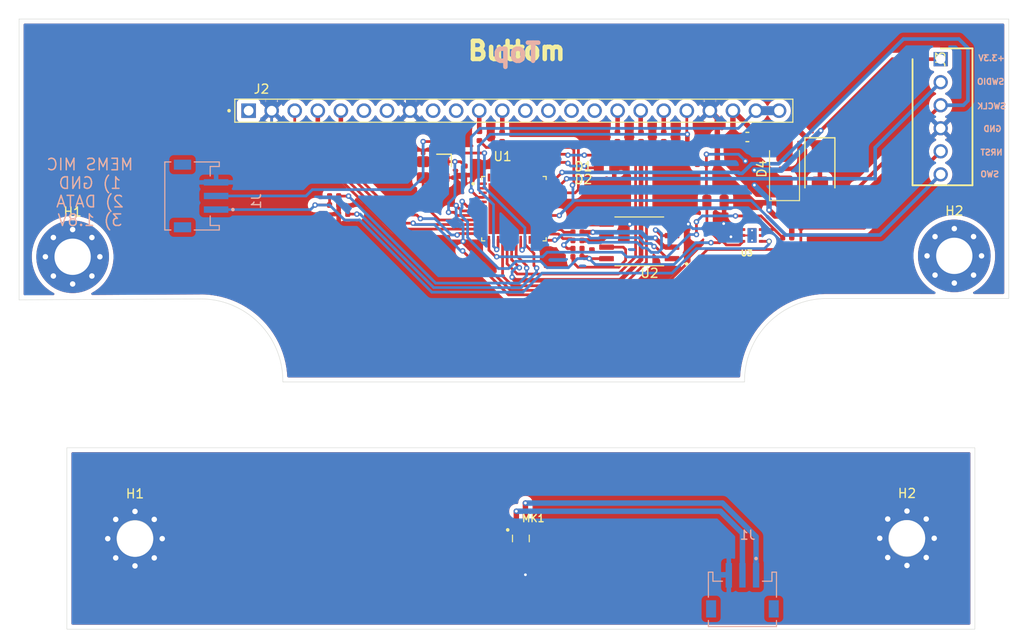
<source format=kicad_pcb>
(kicad_pcb (version 20241229) (generator "pcbnew") (generator_version "9.0")
  (layers (0 "F.Cu" signal) (2 "B.Cu" signal) (13 "F.Paste" user) (15 "B.Paste" user) (5 "F.SilkS" user "F.Silkscreen") (7 "B.SilkS" user "B.Silkscreen") (1 "F.Mask" user) (3 "B.Mask" user) (25 "Edge.Cuts" user))
  (net 0 "")
  (net 13 "Cathode{slash}GND (Digital Ground)")
  (net 15 "+3.3V")
  (net 16 "+1V8")
  (net 20 "OSC1{slash}XI{slash}PF1{slash}OSC_IN(pin 5)")
  (net 21 "OSC2{slash}XO{slash}PF0{slash}OSC_OUT(pin 4)")
  (net 25 "Net-(D1-Pad2)")
  (net 32 "Net-(D2-Pad2)")
  (net 33 "Net-(D4-A)")
  (net 36 "Net-(J1-Pad2)")
  (net 38 "EXTGPIO3{slash}PA0 (pin 11)")
  (net 41 "SWCLK{slash}PA14-BOOT0 (pin 36)")
  (net 43 "SWDIO{slash}PA13 (pin 35)")
  (net 44 "Net-(U3-BIAS)")
  (net 45 "+3V3{slash}VDD (Main Power)")
  (net 46 "Net-(J2-Pad17)")
  (net 47 "+BAT{slash}VBAT(pin 19)")
  (net 48 "EXTSPICS#{slash}PA4(pin 14)")
  (net 49 "PIN3(EN){slash}PA2(pin_11)")
  (net 50 "Net-(J2-Pad19)")
  (net 51 "Net-(J2-Pad11)")
  (net 52 "Net-(J2-Pad12)")
  (net 53 "Net-(J2-Pad5)")
  (net 54 "Net-(J2-Pad4)")
  (net 55 "Net-(J2-Pad18)")
  (net 56 "EXTGPIO2{slash}NRST(pin 6)")
  (net 57 "EXTGPIO1{slash}PA1(pin 10)")
  (net 58 "EXTRXD{slash}PA9(pin 29)")
  (net 59 "EXTTXD{slash}PA10(pin 30)")
  (net 60 "EXTMOSI{slash}PA6(pin 16)")
  (net 61 "EXTMISO{slash}PA7(pin 17)")
  (net 62 "EXTSCK{slash}PA5(pin 15)")
  (net 63 "DO(Data Out){slash}PB14(pin 44)")
  (net 64 "Net-(U1-PB14)")
  (net 65 "WP#(Write Protect){slash}3.3V(via 10kΩ)")
  (net 66 "DI(Data In){slash}PB15 (pin 45)")
  (net 67 "Net-(U1-PB15)")
  (net 68 "Net-(U1-PB13)")
  (net 69 "CLK(Clock){slash}PB13(pin 43)")
  (net 70 "HOLD#{slash} RESET#{slash}3.3V (via 10kΩ)")
  (net 71 "CS#(Chip Select){slash}PB12(pin 42)")
  (net 72 "MIC_Pin2(DATA){slash}PB1(pin 23)")
  (net 73 "AC_Clock{slash}PB0(PDM clock)")
  (net 74 "Net-(U1-PB2)")
  (net 75 "Green Anode{slash}PB6 (Pin 45)")
  (net 76 "Red Anode{slash}PB5 (Pin 44)")
  (net 78 "Net-(MK1-DATA)")
  (net 79 "GND")
  (footprint "PCM_JLCPCB:D_SMA" (layer "F.Cu") (at 177.6 97.5 -90)
    (property "Reference" "D3" (hide yes))
    (property "Value" "SMAJ3.3A")
  )
  (footprint "PCM_JLCPCB:R_0402" (layer "F.Cu") (at 157.9 93.9 -90)
    (property "Reference" "R6" (hide yes))
    (property "Value" "22Ω" (hide yes))
  )
  (footprint "PCM_JLCPCB:R_0402" (layer "F.Cu") (at 150.9 103.5)
    (property "Reference" "R11" (hide yes))
    (property "Value" "22Ω" (hide yes))
  )
  (footprint "MountingHole:MountingHole_4mm_Pad_Via" (layer "F.Cu") (at 192.4 107)
    (property "Reference" "H2")
    (property "Value" "MountingHole_Pad_MP" (hide yes))
  )
  (footprint "PCM_JLCPCB:R_0402" (layer "F.Cu") (at 155.3 93.9 -90)
    (property "Reference" "R5" (hide yes))
    (property "Value" "22Ω" (hide yes))
  )
  (footprint "MountingHole:MountingHole_4mm_Pad_Via" (layer "F.Cu") (at 187.187861 138.127063)
    (property "Reference" "H2")
    (property "Value" "MountingHole_Pad")
  )
  (footprint "PPTC241LFBN-RC:SULLINS_PPTC241LFBN-RC" (layer "F.Cu") (at 143.89 91)
    (property "Reference" "J2")
    (property "Value" "PPTC241LFBN-RC")
  )
  (footprint "PCM_JLCPCB:R_0402" (layer "F.Cu") (at 181.7 100 -90)
    (property "Reference" "R20" (hide yes))
    (property "Value" "10kΩ" (hide yes))
  )
  (footprint "PCM_JLCPCB:R_0402" (layer "F.Cu") (at 166.8 104.8 90)
    (property "Reference" "R14" (hide yes))
    (property "Value" "100kΩ" (hide yes))
  )
  (footprint "PCM_JLCPCB:C_0402" (layer "F.Cu") (at 166.8 95.7 180)
    (property "Reference" "C3" (hide yes))
    (property "Value" "1uF")
  )
  (footprint "PCM_JLCPCB:R_0402" (layer "F.Cu") (at 150.9 105.3)
    (property "Reference" "R12" (hide yes))
    (property "Value" "22Ω" (hide yes))
  )
  (footprint "PCM_JLCPCB:C_0402" (layer "F.Cu") (at 124.1 101.4)
    (property "Reference" "C4" (hide yes))
    (property "Value" "100nF")
  )
  (footprint "PCM_JLCPCB:C_0402" (layer "F.Cu") (at 166.8 93.9 180)
    (property "Reference" "C1" (hide yes))
    (property "Value" "100nF")
  )
  (footprint "PCM_JLCPCB:C_0402" (layer "F.Cu") (at 134.4 101)
    (property "Reference" "C6" (hide yes))
    (property "Value" "18pF")
  )
  (footprint "PCM_JLCPCB:R_0402" (layer "F.Cu") (at 124.1 100.4)
    (property "Reference" "R17" (hide yes))
    (property "Value" "100Ω" (hide yes))
  )
  (footprint "AMM-2742-T-WP-R:MIC_AMM-2742-T-WP-R" (layer "F.Cu") (at 144.666541 138.148383)
    (property "Reference" "MK1")
    (property "Value" "AMM-2742-T-WP-R")
  )
  (footprint "PCM_JLCPCB:R_0402" (layer "F.Cu") (at 142.6 93.9 -90)
    (property "Reference" "R4" (hide yes))
    (property "Value" "100Ω" (hide yes))
  )
  (footprint "PCM_JLCPCB:R_0402" (layer "F.Cu") (at 164.6 96.9 180)
    (property "Reference" "R8" (hide yes))
    (property "Value" "10kΩ" (hide yes))
  )
  (footprint "PCM_JLCPCB:R_0402" (layer "F.Cu") (at 174 105 180)
    (property "Reference" "R15" (hide yes))
    (property "Value" "10kΩ" (hide yes))
  )
  (footprint "PCM_JLCPCB:R_0402" (layer "F.Cu") (at 125.1 102.4 180)
    (property "Reference" "R19" (hide yes))
    (property "Value" "10kΩ" (hide yes))
  )
  (footprint "PCM_JLCPCB:R_0402" (layer "F.Cu") (at 144.3 96.7)
    (property "Reference" "R22" (hide yes))
    (property "Value" "1kΩ" (hide yes))
  )
  (footprint "PCM_JLCPCB:C_0603" (layer "F.Cu") (at 174.4 102.6)
    (property "Reference" "C8" (hide yes))
    (property "Value" "100nF")
  )
  (footprint "PCM_JLCPCB:R_0402" (layer "F.Cu") (at 140.1 93.8 -90)
    (property "Reference" "R3" (hide yes))
    (property "Value" "100Ω" (hide yes))
  )
  (footprint "PCM_JLCPCB:R_0402" (layer "F.Cu") (at 122.3 93.8 -90)
    (property "Reference" "R1" (hide yes))
    (property "Value" "1kΩ" (hide yes))
  )
  (footprint "STM32G071CBU6:STM32G071CBU6" (layer "F.Cu") (at 143.9 101.8)
    (property "Reference" "U1")
    (property "Value" "STM32G071CBU6")
  )
  (footprint "PCM_JLCPCB:R_0402" (layer "F.Cu") (at 143.2 95.8)
    (property "Reference" "R21" (hide yes))
    (property "Value" "1kΩ" (hide yes))
  )
  (footprint "PCM_JLCPCB:R_0402" (layer "F.Cu") (at 160.4 93.9 -90)
    (property "Reference" "R7" (hide yes))
    (property "Value" "22Ω" (hide yes))
  )
  (footprint "PCM_JLCPCB:C_0402" (layer "F.Cu") (at 138.5 97.6 -90)
    (property "Reference" "C5" (hide yes))
    (property "Value" "18pF")
  )
  (footprint "PCM_JLCPCB:FB_0603" (layer "F.Cu") (at 169.61 93.9)
    (property "Reference" "FB1" (hide yes))
    (property "Value" "~")
  )
  (footprint "MountingHole:MountingHole_4mm_Pad_Via" (layer "F.Cu") (at 102.166541 138.169703)
    (property "Reference" "H1")
    (property "Value" "MountingHole_Pad")
  )
  (footprint "LTST-C191KRKT:0603" (layer "F.Cu") (at 154.1 97.3 180)
    (property "Reference" "D2")
    (property "Value" "LTST-C191KRKT")
  )
  (footprint "PCM_JLCPCB:R_0402" (layer "F.Cu") (at 150.9 106.2 180)
    (property "Reference" "R10" (hide yes))
    (property "Value" "10kΩ" (hide yes))
  )
  (footprint "PCM_JLCPCB:OSC-SMD_4P-L3.2-W2.5-BL" (layer "F.Cu") (at 135 97.5 180)
    (property "Reference" "X1" (hide yes))
    (property "Value" "X322516MLB4SI")
  )
  (footprint "PCM_JLCPCB:R_0402" (layer "F.Cu") (at 135.9 94.4)
    (property "Reference" "R16" (hide yes))
    (property "Value" "100Ω" (hide yes))
  )
  (footprint "22-23-2061:SHDR6W87P0X254_1X6_1509X635X11" (layer "F.Cu") (at 190.9 85.32 -90)
    (property "Reference" "J3")
    (property "Value" "22-23-2061")
  )
  (footprint "W25Q64JVSSIQ:W25Q64JVSSIQ" (layer "F.Cu") (at 157.705 105.405 180)
    (property "Reference" "U2")
    (property "Value" "W25Q64JVSSIQ")
  )
  (footprint "PCM_JLCPCB:C_0402" (layer "F.Cu") (at 166.8 94.8 180)
    (property "Reference" "C2" (hide yes))
    (property "Value" "100nF")
  )
  (footprint "PCM_JLCPCB:R_0402" (layer "F.Cu") (at 150.9 104.4)
    (property "Reference" "R9" (hide yes))
    (property "Value" "22Ω" (hide yes))
  )
  (footprint "LTST-C191KRKT:0603" (layer "F.Cu") (at 154.1 95.9 180)
    (property "Reference" "D1")
    (property "Value" "LTST-C191KRKT")
  )
  (footprint "PCM_JLCPCB:R_0402" (layer "F.Cu") (at 150.9 107.1 180)
    (property "Reference" "R13" (hide yes))
    (property "Value" "10kΩ" (hide yes))
  )
  (footprint "Diode_SMD:D_SMA" (layer "F.Cu") (at 173.7 97.4 90)
    (property "Reference" "D4")
    (property "Value" "SS34")
  )
  (footprint "PCM_JLCPCB:C_0805" (layer "F.Cu") (at 166.1 101)
    (property "Reference" "C7" (hide yes))
    (property "Value" "10uF")
  )
  (footprint "PCM_JLCPCB:R_0402" (layer "F.Cu") (at 124.9 93.8 90)
    (property "Reference" "R2" (hide yes))
    (property "Value" "100Ω" (hide yes))
  )
  (footprint "PCM_JLCPCB:R_0402" (layer "F.Cu") (at 175 103.9)
    (property "Reference" "R18" (hide yes))
    (property "Value" "10kΩ" (hide yes))
  )
  (footprint "MountingHole:MountingHole_4mm_Pad_Via" (layer "F.Cu") (at 95.3 107.1)
    (property "Reference" "H1")
    (property "Value" "MountingHole_Pad_MP" (hide yes))
  )
  (footprint "TPS7A1118PDRVR:TPS7A1118PDRVR" (layer "F.Cu") (at 170.125 104.75 180)
    (property "Reference" "U3")
    (property "Value" "TPS7A1118PDRVR")
  )
  (footprint "S3B-ZR-SM4A-TF:JST_S3B-ZR-SM4A-TF" (layer "B.Cu") (at 169.066541 145.910883 180)
    (property "Reference" "J1")
    (property "Value" "S3B-ZR-SM4A-TF")
  )
  (footprint "S3B-ZR-SM4A-TF:JST_S3B-ZR-SM4A-TF" (layer "B.Cu") (at 107.4 100.4 90)
    (property "Reference" "J1")
    (property "Value" "S3B-ZR-SM4A-TF")
  )
  (gr_line (start 169.1 104.75) (end 170.125 104.75) (stroke (width 0.2)) (layer "F.Cu") (net 13))
  (gr_poly (pts (xy 167.064706 94.6) (xy 169.381818 94.6) (xy 173.7 98.791176) (xy 173.7 100.5) (xy 170.6 100.4) (xy 167.2 96.9)) (stroke (width 0.2)) (fill yes) (layer "F.Cu") (net 15))
  (gr_poly (pts (xy 165 89.2) (xy 166 89.2) (xy 166 90.4) (xy 165 90.4)) (stroke (width 0.2)) (fill yes) (layer "B.Cu") (net 13))
  (gr_poly (pts (xy 133 89) (xy 133 90.4) (xy 132.1 90.4) (xy 132.1 89)) (stroke (width 0.2)) (fill yes) (layer "B.Cu") (net 13))
  (gr_poly (pts (xy 116.7 88.9) (xy 117.7 88.9) (xy 117.7 90.4) (xy 116.7 90.4)) (stroke (width 0.2)) (fill yes) (layer "B.Cu") (net 13))
  (gr_circle (center 187.166541 138.148383) (end 189.166541 138.148383) (stroke (width 0.05)) (fill no) (layer "Edge.Cuts"))
  (gr_line (start 89.4 80.9) (end 89.4 111.85025) (stroke (width 0.05)) (layer "Edge.Cuts"))
  (gr_arc (start 109.6 111.74975) (mid 115.902948 114.502485) (end 118.452007 120.890521) (stroke (width 0.05)) (layer "Edge.Cuts"))
  (gr_line (start 178.4 111.6995) (end 198.4 111.7) (stroke (width 0.05)) (layer "Edge.Cuts"))
  (gr_line (start 198.4 111.7) (end 198.4 80.9) (stroke (width 0.05)) (layer "Edge.Cuts"))
  (gr_line (start 198.4 80.9) (end 89.4 80.9) (stroke (width 0.05)) (layer "Edge.Cuts"))
  (gr_line (start 109.6 111.74975) (end 89.4 111.85025) (stroke (width 0.05)) (layer "Edge.Cuts"))
  (gr_circle (center 102.166541 138.148383) (end 104.166541 138.148383) (stroke (width 0.05)) (fill no) (layer "Edge.Cuts"))
  (gr_line (start 118.452007 120.900001) (end 169.299955 120.9) (stroke (width 0.05)) (layer "Edge.Cuts"))
  (gr_arc (start 169.299955 120.891) (mid 171.932881 114.397229) (end 178.4 111.6995) (stroke (width 0.05)) (layer "Edge.Cuts"))
  (gr_rect (start 94.666541 128.148383) (end 194.666541 148.148383) (stroke (width 0.05)) (fill no) (layer "Edge.Cuts"))
  (gr_text "Buttom\n" (at 144.2 84.4 0) (layer "F.SilkS") (effects (font (size 2 2) (thickness 0.5) (bold yes))))
  (gr_text "SWCLK" (at 196.5 90.5 0) (layer "B.SilkS") (effects (font (size 0.64 0.64)) (justify mirror)))
  (gr_text "GND" (at 196.6 93 0) (layer "B.SilkS") (effects (font (size 0.64 0.64)) (justify mirror)))
  (gr_text "+3.3V" (at 196.5 85.2 0) (layer "B.SilkS") (effects (font (size 0.64 0.64)) (justify mirror)))
  (gr_text "MEMS MIC\n1) GND\n2) DATA\n3) 1.8V" (at 97.2 100 0) (layer "B.SilkS") (effects (font (size 1.27 1.27)) (justify mirror)))
  (gr_text "SWO" (at 196.3 98 0) (layer "B.SilkS") (effects (font (size 0.64 0.64)) (justify mirror)))
  (gr_text "SWDIO" (at 196.4 87.8 0) (layer "B.SilkS") (effects (font (size 0.64 0.64)) (justify mirror)))
  (gr_text "Top" (at 144.2 84.6 0) (layer "B.SilkS") (effects (font (size 2 2) (thickness 0.5) (bold yes)) (justify mirror)))
  (gr_text "NRST" (at 196.5 95.6 0) (layer "B.SilkS") (effects (font (size 0.64 0.64)) (justify mirror)))
  (segment (start 129.44574 103.25426) (end 119.79148 93.6) (width 0.3) (layer "F.Cu") (net 13))
  (segment (start 135.8 101) (end 136.1 100.7) (width 0.3) (layer "F.Cu") (net 13))
  (segment (start 167 103.45) (end 167 101.4) (width 0.3) (layer "F.Cu") (net 13))
  (segment (start 167.95 104.75) (end 167.8 104.9) (width 0.3) (layer "F.Cu") (net 13))
  (segment (start 156.649 98.149) (end 156.649 103.5) (width 0.3) (layer "F.Cu") (net 13))
  (segment (start 159.99248 110.799) (end 163.2 107.59148) (width 0.3) (layer "F.Cu") (net 13))
  (segment (start 156.4 97.9) (end 156.649 98.149) (width 0.3) (layer "F.Cu") (net 13))
  (segment (start 176.4 100.7) (end 175.949 101.151) (width 0.6) (layer "F.Cu") (net 13))
  (segment (start 138.3 105.4) (end 138.3 105.579175) (width 0.3) (layer "F.Cu") (net 13))
  (segment (start 137.534357 101.443762) (end 138.140595 102.05) (width 0.3) (layer "F.Cu") (net 13))
  (segment (start 175.18 102.6) (end 175.18 101.92) (width 0.6) (layer "F.Cu") (net 13))
  (segment (start 137.534357 101.443762) (end 136.843762 101.443762) (width 0.3) (layer "F.Cu") (net 13))
  (segment (start 138.519032 105.798207) (end 138.520447 105.798207) (width 0.3) (layer "F.Cu") (net 13))
  (segment (start 170.351 101.151) (end 166.3 97.1) (width 0.6) (layer "F.Cu") (net 13))
  (segment (start 154.95 97.3) (end 155.8 97.3) (width 0.3) (layer "F.Cu") (net 13))
  (segment (start 175.18 101.92) (end 176.4 100.7) (width 0.6) (layer "F.Cu") (net 13))
  (segment (start 138.22 98.38) (end 138.5 98.1) (width 0.3) (layer "F.Cu") (net 13))
  (segment (start 134.34 96.62) (end 136.1 98.38) (width 0.3) (layer "F.Cu") (net 13))
  (segment (start 117.22 91) (end 117.22 88.58) (width 0.5) (layer "F.Cu") (net 13))
  (segment (start 138.3 105.4) (end 138.251 105.351) (width 0.3) (layer "F.Cu") (net 13))
  (segment (start 138.520447 105.798207) (end 138.901793 106.179553) (width 0.3) (layer "F.Cu") (net 13))
  (segment (start 166.3 91.82) (end 165.48 91) (width 0.6) (layer "F.Cu") (net 13))
  (segment (start 163.2 104.585001) (end 162.114999 103.5) (width 0.3) (layer "F.Cu") (net 13))
  (segment (start 181.7 100.5) (end 183.34 100.5) (width 0.4) (layer "F.Cu") (net 13))
  (segment (start 136.843762 101.443762) (end 136.1 100.7) (width 0.3) (layer "F.Cu") (net 13))
  (segment (start 176.6 100.5) (end 176.4 100.7) (width 0.4) (layer "F.Cu") (net 13))
  (segment (start 175.949 101.151) (end 174.8 101.151) (width 0.6) (layer "F.Cu") (net 13))
  (segment (start 164.7 88.1) (end 165.48 88.88) (width 0.5) (layer "F.Cu") (net 13))
  (segment (start 167.05 101.35) (end 167.05 101) (width 0.3) (layer "F.Cu") (net 13))
  (segment (start 143.519825 110.799) (end 159.99248 110.799) (width 0.3) (layer "F.Cu") (net 13))
  (segment (start 174.649 101) (end 174.8 101.151) (width 0.3) (layer "F.Cu") (net 13))
  (segment (start 124.6 101.4) (end 124.6 102.4) (width 0.3) (layer "F.Cu") (net 13))
  (segment (start 136.1 100.7) (end 136.1 98.38) (width 0.3) (layer "F.Cu") (net 13))
  (segment (start 132.46 88.24) (end 132.6 88.1) (width 0.5) (layer "F.Cu") (net 13))
  (segment (start 162.114999 103.5) (end 161.31 103.5) (width 0.3) (layer "F.Cu") (net 13))
  (segment (start 127.59148 101.4) (end 129.44574 103.25426) (width 0.3) (layer "F.Cu") (net 13))
  (segment (start 132.6 88.1) (end 164.7 88.1) (width 0.5) (layer "F.Cu") (net 13))
  (segment (start 154.95 95.9) (end 154.95 97.3) (width 0.3) (layer "F.Cu") (net 13))
  (segment (start 134.9 101) (end 135.8 101) (width 0.3) (layer "F.Cu") (net 13))
  (segment (start 169.15 104.75) (end 167.95 104.75) (width 0.3) (layer "F.Cu") (net 13))
  (segment (start 166.3 95.7) (end 166.3 91.82) (width 0.6) (layer "F.Cu") (net 13))
  (segment (start 166.3 97.1) (end 166.3 95.7) (width 0.6) (layer "F.Cu") (net 13))
  (segment (start 138.251 105.351) (end 131.54248 105.351) (width 0.3) (layer "F.Cu") (net 13))
  (segment (start 117.8 88) (end 117.9 88.1) (width 0.5) (layer "F.Cu") (net 13))
  (segment (start 167 101.4) (end 167.05 101.35) (width 0.3) (layer "F.Cu") (net 13))
  (segment (start 174.8 101.151) (end 170.351 101.151) (width 0.6) (layer "F.Cu") (net 13))
  (segment (start 167.05 101) (end 174.649 101) (width 0.3) (layer "F.Cu") (net 13))
  (segment (start 136.1 98.38) (end 138.22 98.38) (width 0.3) (layer "F.Cu") (net 13))
  (segment (start 133.9 96.62) (end 134.34 96.62) (width 0.3) (layer "F.Cu") (net 13))
  (segment (start 117.22 88.58) (end 117.8 88) (width 0.5) (layer "F.Cu") (net 13))
  (segment (start 155.8 97.3) (end 156.4 97.9) (width 0.3) (layer "F.Cu") (net 13))
  (segment (start 138.901793 106.179553) (end 138.901793 106.180968) (width 0.3) (layer "F.Cu") (net 13))
  (segment (start 138.901793 106.180968) (end 143.519825 110.799) (width 0.3) (layer "F.Cu") (net 13))
  (segment (start 131.54248 105.351) (end 129.44574 103.25426) (width 0.3) (layer "F.Cu") (net 13))
  (segment (start 117.9 88.1) (end 132.6 88.1) (width 0.5) (layer "F.Cu") (net 13))
  (segment (start 181.7 100.5) (end 176.6 100.5) (width 0.4) (layer "F.Cu") (net 13))
  (segment (start 119.79148 93.6) (end 118.4 93.6) (width 0.3) (layer "F.Cu") (net 13))
  (segment (start 163.2 107.59148) (end 163.2 104.585001) (width 0.3) (layer "F.Cu") (net 13))
  (segment (start 124.6 101.4) (end 127.59148 101.4) (width 0.3) (layer "F.Cu") (net 13))
  (segment (start 163.1 103.5) (end 161.31 103.5) (width 0.3) (layer "F.Cu") (net 13))
  (segment (start 177.6 99.5) (end 176.4 100.7) (width 0.6) (layer "F.Cu") (net 13))
  (segment (start 183.34 100.5) (end 190.9 92.94) (width 0.4) (layer "F.Cu") (net 13))
  (segment (start 138.3 105.579175) (end 138.519032 105.798207) (width 0.3) (layer "F.Cu") (net 13))
  (segment (start 117.22 92.42) (end 117.22 91) (width 0.3) (layer "F.Cu") (net 13))
  (segment (start 138.140595 102.05) (end 140.47 102.05) (width 0.3) (layer "F.Cu") (net 13))
  (segment (start 118.4 93.6) (end 117.22 92.42) (width 0.3) (layer "F.Cu") (net 13))
  (segment (start 165.48 88.88) (end 165.48 91) (width 0.5) (layer "F.Cu") (net 13))
  (segment (start 132.46 91) (end 132.46 88.24) (width 0.5) (layer "F.Cu") (net 13))
  (via (at 167 103.45) (size 0.6) (drill 0.3) (layers "F.Cu" "B.Cu") (net 13))
  (via (at 163.1 103.5) (size 0.6) (drill 0.3) (layers "F.Cu" "B.Cu") (net 13))
  (via (at 156.649 103.5) (size 0.6) (drill 0.3) (layers "F.Cu" "B.Cu") (net 13))
  (via (at 138.3 105.4) (size 0.6) (drill 0.3) (layers "F.Cu" "B.Cu") (net 13))
  (via (at 167.8 104.9) (size 0.6) (drill 0.3) (layers "F.Cu" "B.Cu") (net 13))
  (via (at 137.534357 101.443762) (size 0.6) (drill 0.3) (layers "F.Cu" "B.Cu") (net 13))
  (segment (start 137.534357 101.443762) (end 137.534357 102.713703) (width 0.3) (layer "B.Cu") (net 13))
  (segment (start 163.6 104) (end 163.1 103.5) (width 0.3) (layer "B.Cu") (net 13))
  (segment (start 156.649 103.5) (end 163.1 103.5) (width 0.3) (layer "B.Cu") (net 13))
  (segment (start 117.22 97.98) (end 117.22 91) (width 0.3) (layer "B.Cu") (net 13))
  (segment (start 167.8 104.9) (end 166.9 104) (width 0.3) (layer "B.Cu") (net 13))
  (segment (start 116.3 98.9) (end 117.22 97.98) (width 0.3) (layer "B.Cu") (net 13))
  (segment (start 167.8 104.25) (end 167.8 104.9) (width 0.3) (layer "B.Cu") (net 13))
  (segment (start 166.9 104) (end 163.6 104) (width 0.3) (layer "B.Cu") (net 13))
  (segment (start 138.3 103.479346) (end 138.3 105.4) (width 0.3) (layer "B.Cu") (net 13))
  (segment (start 167 103.45) (end 167.8 104.25) (width 0.3) (layer "B.Cu") (net 13))
  (segment (start 137.534357 102.713703) (end 138.3 103.479346) (width 0.3) (layer "B.Cu") (net 13))
  (segment (start 111.1 98.9) (end 116.3 98.9) (width 0.3) (layer "B.Cu") (net 13))
  (segment (start 138.2 101) (end 138.75 101.55) (width 0.3) (layer "F.Cu") (net 15))
  (segment (start 167.3 105.8) (end 168.75 105.8) (width 0.3) (layer "F.Cu") (net 15))
  (segment (start 165.1 96.9) (end 165.1 100.95) (width 0.3) (layer "F.Cu") (net 15))
  (segment (start 166.8 105.3) (end 167.3 105.8) (width 0.3) (layer "F.Cu") (net 15))
  (segment (start 166.8 105.3) (end 166.490001 105.3) (width 0.3) (layer "F.Cu") (net 15))
  (segment (start 174.5 103.9) (end 174.5 105) (width 0.6) (layer "F.Cu") (net 15))
  (segment (start 165.1 100.95) (end 165.15 101) (width 0.3) (layer "F.Cu") (net 15))
  (segment (start 168.75 105.8) (end 169.15 105.4) (width 0.3) (layer "F.Cu") (net 15))
  (segment (start 165.6 105.55) (end 166.55 105.55) (width 0.3) (layer "F.Cu") (net 15))
  (segment (start 166.55 105.55) (end 166.8 105.3) (width 0.3) (layer "F.Cu") (net 15))
  (segment (start 167.8 95.1) (end 167.3 95.1) (width 0.6) (layer "F.Cu") (net 15))
  (segment (start 172.1 99.4) (end 167.8 95.1) (width 0.6) (layer "F.Cu") (net 15))
  (segment (start 140.47 101.05) (end 140.47 101.55) (width 0.3) (layer "F.Cu") (net 15))
  (segment (start 173.7 99.4) (end 172.1 99.4) (width 0.6) (layer "F.Cu") (net 15))
  (segment (start 173.62 103.02) (end 174.5 103.9) (width 0.6) (layer "F.Cu") (net 15))
  (segment (start 151.61 107.31) (end 151.4 107.1) (width 0.3) (layer "F.Cu") (net 15))
  (segment (start 166.490001 105.3) (end 165.15 103.959999) (width 0.3) (layer "F.Cu") (net 15))
  (segment (start 173.62 102.6) (end 172.649 102.6) (width 0.6) (layer "F.Cu") (net 15))
  (segment (start 138.75 101.55) (end 140.47 101.55) (width 0.3) (layer "F.Cu") (net 15))
  (segment (start 172.649 102.6) (end 172 101.951) (width 0.6) (layer "F.Cu") (net 15))
  (segment (start 151.4 106.2) (end 151.4 107.1) (width 0.3) (layer "F.Cu") (net 15))
  (segment (start 185.58 85.32) (end 177.7 93.2) (width 0.4) (layer "F.Cu") (net 15))
  (segment (start 165.1 96.9) (end 165.1 95.8) (width 0.3) (layer "F.Cu") (net 15))
  (segment (start 151.99 107.1) (end 152.2 107.31) (width 0.3) (layer "F.Cu") (net 15))
  (segment (start 165.15 103.959999) (end 165.15 101) (width 0.3) (layer "F.Cu") (net 15))
  (segment (start 151.4 107.1) (end 151.99 107.1) (width 0.3) (layer "F.Cu") (net 15))
  (segment (start 190.9 85.32) (end 185.58 85.32) (width 0.4) (layer "F.Cu") (net 15))
  (segment (start 173.62 102.6) (end 173.62 103.02) (width 0.6) (layer "F.Cu") (net 15))
  (segment (start 154.1 107.31) (end 151.61 107.31) (width 0.3) (layer "F.Cu") (net 15))
  (segment (start 167.3 95.7) (end 167.3 94.8) (width 0.6) (layer "F.Cu") (net 15))
  (via (at 170.382353 99.201) (size 0.6) (drill 0.3) (layers "F.Cu" "B.Cu") (net 15))
  (via (at 138.2 101) (size 0.6) (drill 0.3) (layers "F.Cu" "B.Cu") (net 15))
  (via (at 177.7 93.2) (size 0.6) (drill 0.3) (layers "F.Cu" "B.Cu") (net 15))
  (via (at 165.6 105.55) (size 0.6) (drill 0.3) (layers "F.Cu" "B.Cu") (net 15))
  (via (at 170.382353 97.55) (size 0.6) (drill 0.3) (layers "F.Cu" "B.Cu") (net 15))
  (via (at 172 101.951) (size 0.6) (drill 0.3) (layers "F.Cu" "B.Cu") (net 15))
  (via (at 152.2 107.31) (size 0.6) (drill 0.3) (layers "F.Cu" "B.Cu") (net 15))
  (via (at 169.391696 96.559343) (size 0.6) (drill 0.3) (layers "F.Cu" "B.Cu") (net 15))
  (via (at 165.1 95.8) (size 0.6) (drill 0.3) (layers "F.Cu" "B.Cu") (net 15))
  (segment (start 173.35 97.55) (end 170.382353 97.55) (width 0.6) (layer "B.Cu") (net 15))
  (segment (start 177.7 93.2) (end 173.35 97.55) (width 0.6) (layer "B.Cu") (net 15))
  (segment (start 138.035357 102.506183) (end 138.035357 101.863416) (width 0.3) (layer "B.Cu") (net 15))
  (segment (start 172 100.818647) (end 170.382353 99.201) (width 0.6) (layer "B.Cu") (net 15))
  (segment (start 142.2 108.4) (end 138.951 105.151) (width 0.3) (layer "B.Cu") (net 15))
  (segment (start 138.951 105.151) (end 138.951 105.130346) (width 0.3) (layer "B.Cu") (net 15))
  (segment (start 138.035357 101.863416) (end 138.185357 101.713416) (width 0.3) (layer "B.Cu") (net 15))
  (segment (start 152.842 107.952) (end 161.53948 107.952) (width 0.3) (layer "B.Cu") (net 15))
  (segment (start 138.951 105.130346) (end 138.801 104.980346) (width 0.3) (layer "B.Cu") (net 15))
  (segment (start 138.185357 101.414643) (end 138.2 101.4) (width 0.3) (layer "B.Cu") (net 15))
  (segment (start 146.852 107.6) (end 144.116288 107.6) (width 0.3) (layer "B.Cu") (net 15))
  (segment (start 163.94148 105.55) (end 165.6 105.55) (width 0.3) (layer "B.Cu") (net 15))
  (segment (start 149.897 108.3) (end 147.552 108.3) (width 0.3) (layer "B.Cu") (net 15))
  (segment (start 161.53948 107.952) (end 163.94148 105.55) (width 0.3) (layer "B.Cu") (net 15))
  (segment (start 138.801 103.271825) (end 138.035357 102.506183) (width 0.3) (layer "B.Cu") (net 15))
  (segment (start 165.1 95.8) (end 168.632353 95.8) (width 0.3) (layer "B.Cu") (net 15))
  (segment (start 147.552 108.3) (end 146.852 107.6) (width 0.3) (layer "B.Cu") (net 15))
  (segment (start 143.316288 108.4) (end 142.2 108.4) (width 0.3) (layer "B.Cu") (net 15))
  (segment (start 138.801 104.980346) (end 138.801 103.271825) (width 0.3) (layer "B.Cu") (net 15))
  (segment (start 152.2 107.31) (end 152.842 107.952) (width 0.3) (layer "B.Cu") (net 15))
  (segment (start 152.19 107.3) (end 150.897 107.3) (width 0.3) (layer "B.Cu") (net 15))
  (segment (start 168.632353 95.8) (end 169.391696 96.559343) (width 0.3) (layer "B.Cu") (net 15))
  (segment (start 138.185357 101.713416) (end 138.185357 101.414643) (width 0.3) (layer "B.Cu") (net 15))
  (segment (start 150.897 107.3) (end 149.897 108.3) (width 0.3) (layer "B.Cu") (net 15))
  (segment (start 152.2 107.31) (end 152.19 107.3) (width 0.3) (layer "B.Cu") (net 15))
  (segment (start 144.116288 107.6) (end 143.316288 108.4) (width 0.3) (layer "B.Cu") (net 15))
  (segment (start 138.2 101.4) (end 138.2 101) (width 0.3) (layer "B.Cu") (net 15))
  (segment (start 172 101.951) (end 172 100.818647) (width 0.6) (layer "B.Cu") (net 15))
  (segment (start 172 105.4) (end 171.1 105.4) (width 0.3) (layer "F.Cu") (net 16))
  (segment (start 145.166541 137.178383) (end 145.171541 137.183383) (width 0.6) (layer "F.Cu") (net 16))
  (segment (start 123.6 100.4) (end 123.6 101.4) (width 0.3) (layer "F.Cu") (net 16))
  (segment (start 145.166541 134.248383) (end 145.166541 137.178383) (width 0.6) (layer "F.Cu") (net 16))
  (segment (start 122 101.4) (end 123.6 101.4) (width 0.3) (layer "F.Cu") (net 16))
  (via (at 122 101.4) (size 0.6) (drill 0.3) (layers "F.Cu" "B.Cu") (net 16))
  (via (at 145.166541 134.248383) (size 0.6) (drill 0.3) (layers "F.Cu" "B.Cu") (net 16))
  (via (at 172 105.4) (size 0.6) (drill 0.3) (layers "F.Cu" "B.Cu") (net 16))
  (segment (start 164 106.2) (end 171.5 106.2) (width 0.3) (layer "B.Cu") (net 16))
  (segment (start 134.8582 111.003) (end 144.897 111.003) (width 0.3) (layer "B.Cu") (net 16))
  (segment (start 122 101.4) (end 123.6 101.4) (width 0.3) (layer "B.Cu") (net 16))
  (segment (start 126.887927 103.032727) (end 134.8582 111.003) (width 0.3) (layer "B.Cu") (net 16))
  (segment (start 111.1 101.9) (end 121.5 101.9) (width 0.3) (layer "B.Cu") (net 16))
  (segment (start 171.5 106.2) (end 172 105.7) (width 0.3) (layer "B.Cu") (net 16))
  (segment (start 169.266541 136.648383) (end 166.866541 134.248383) (width 0.6) (layer "B.Cu") (net 16))
  (segment (start 161.3 108.9) (end 164 106.2) (width 0.3) (layer "B.Cu") (net 16))
  (segment (start 170.566541 142.210883) (end 170.566541 137.948383) (width 0.6) (layer "B.Cu") (net 16))
  (segment (start 125.251 103.051) (end 126.869654 103.051) (width 0.3) (layer "B.Cu") (net 16))
  (segment (start 166.866541 134.248383) (end 145.166541 134.248383) (width 0.6) (layer "B.Cu") (net 16))
  (segment (start 123.6 101.4) (end 125.251 103.051) (width 0.3) (layer "B.Cu") (net 16))
  (segment (start 144.897 111.003) (end 147 108.9) (width 0.3) (layer "B.Cu") (net 16))
  (segment (start 172 105.7) (end 172 105.4) (width 0.3) (layer "B.Cu") (net 16))
  (segment (start 170.566541 137.948383) (end 169.266541 136.648383) (width 0.6) (layer "B.Cu") (net 16))
  (segment (start 121.5 101.9) (end 122 101.4) (width 0.3) (layer "B.Cu") (net 16))
  (segment (start 126.869654 103.051) (end 126.887927 103.032727) (width 0.3) (layer "B.Cu") (net 16))
  (segment (start 147 108.9) (end 161.3 108.9) (width 0.3) (layer "B.Cu") (net 16))
  (segment (start 137.65 102.55) (end 140.47 102.55) (width 0.3) (layer "F.Cu") (net 20))
  (segment (start 138.02 96.62) (end 138.5 97.1) (width 0.3) (layer "F.Cu") (net 20))
  (segment (start 136.1 96.62) (end 137.4 96.62) (width 0.3) (layer "F.Cu") (net 20))
  (segment (start 137.3 102.2) (end 137.65 102.55) (width 0.3) (layer "F.Cu") (net 20))
  (segment (start 136.7 102.2) (end 137.3 102.2) (width 0.3) (layer "F.Cu") (net 20))
  (segment (start 137.4 96.62) (end 138.02 96.62) (width 0.3) (layer "F.Cu") (net 20))
  (via (at 137.4 96.62) (size 0.6) (drill 0.3) (layers "F.Cu" "B.Cu") (net 20))
  (via (at 136.7 102.2) (size 0.6) (drill 0.3) (layers "F.Cu" "B.Cu") (net 20))
  (segment (start 137.4 100.5) (end 137.4 96.62) (width 0.3) (layer "B.Cu") (net 20))
  (segment (start 136.7 101.2) (end 137.4 100.5) (width 0.3) (layer "B.Cu") (net 20))
  (segment (start 136.7 102.2) (end 136.7 101.2) (width 0.3) (layer "B.Cu") (net 20))
  (segment (start 135.670654 103.05) (end 140.47 103.05) (width 0.3) (layer "F.Cu") (net 21))
  (segment (start 133.9 98.38) (end 133.9 101) (width 0.3) (layer "F.Cu") (net 21))
  (segment (start 133.9 101) (end 133.9 101.279346) (width 0.3) (layer "F.Cu") (net 21))
  (segment (start 133.9 101.279346) (end 135.670654 103.05) (width 0.3) (layer "F.Cu") (net 21))
  (segment (start 149.849 95.9) (end 149.749 95.8) (width 0.3) (layer "F.Cu") (net 25))
  (segment (start 153.25 95.9) (end 151.65 95.9) (width 0.3) (layer "F.Cu") (net 25))
  (segment (start 149.749 95.8) (end 143.7 95.8) (width 0.3) (layer "F.Cu") (net 25))
  (via (at 149.849 95.9) (size 0.6) (drill 0.3) (layers "F.Cu" "B.Cu") (net 25))
  (via (at 151.65 95.9) (size 0.6) (drill 0.3) (layers "F.Cu" "B.Cu") (net 25))
  (segment (start 151.65 95.9) (end 149.849 95.9) (width 0.3) (layer "B.Cu") (net 25))
  (segment (start 153.25 97.3) (end 151.851 97.3) (width 0.3) (layer "F.Cu") (net 32))
  (segment (start 149.749 96.7) (end 144.8 96.7) (width 0.3) (layer "F.Cu") (net 32))
  (segment (start 149.849 96.8) (end 149.749 96.7) (width 0.3) (layer "F.Cu") (net 32))
  (segment (start 151.851 97.3) (end 151.65 97.099) (width 0.3) (layer "F.Cu") (net 32))
  (via (at 149.849 96.8) (size 0.6) (drill 0.3) (layers "F.Cu" "B.Cu") (net 32))
  (via (at 151.65 97.099) (size 0.6) (drill 0.3) (layers "F.Cu" "B.Cu") (net 32))
  (segment (start 151.65 97.099) (end 150.148 97.099) (width 0.3) (layer "B.Cu") (net 32))
  (segment (start 150.148 97.099) (end 149.849 96.8) (width 0.3) (layer "B.Cu") (net 32))
  (segment (start 171.732786 95.4) (end 173.7 95.4) (width 0.6) (layer "F.Cu") (net 33))
  (segment (start 170.4 93.9) (end 170.4 94.299) (width 0.6) (layer "F.Cu") (net 33))
  (segment (start 170.4 94.299) (end 170.631786 94.299) (width 0.6) (layer "F.Cu") (net 33))
  (segment (start 170.631786 94.299) (end 171.732786 95.4) (width 0.6) (layer "F.Cu") (net 33))
  (segment (start 133.9 94.4) (end 135.4 94.4) (width 0.3) (layer "F.Cu") (net 36))
  (via (at 133.9 94.4) (size 0.6) (drill 0.3) (layers "F.Cu" "B.Cu") (net 36))
  (segment (start 132.5 99.7) (end 133.9 98.3) (width 0.3) (layer "B.Cu") (net 36))
  (segment (start 121.7 99.7) (end 132.5 99.7) (width 0.3) (layer "B.Cu") (net 36))
  (segment (start 111.1 100.4) (end 121 100.4) (width 0.3) (layer "B.Cu") (net 36))
  (segment (start 133.9 98.3) (end 133.9 94.4) (width 0.3) (layer "B.Cu") (net 36))
  (segment (start 121 100.4) (end 121.7 99.7) (width 0.3) (layer "B.Cu") (net 36))
  (segment (start 130.95 104.05) (end 140.47 104.05) (width 0.3) (layer "F.Cu") (net 38))
  (segment (start 119.76 92.86) (end 130.95 104.05) (width 0.3) (layer "F.Cu") (net 38))
  (segment (start 119.76 91) (end 119.76 92.86) (width 0.3) (layer "F.Cu") (net 38))
  (segment (start 147.95 99.05) (end 149.2 97.8) (width 0.3) (layer "F.Cu") (net 41))
  (segment (start 181.7 99.5) (end 181.8 99.5) (width 0.4) (layer "F.Cu") (net 41))
  (segment (start 147.33 99.05) (end 147.95 99.05) (width 0.3) (layer "F.Cu") (net 41))
  (segment (start 181.8 99.5) (end 190.9 90.4) (width 0.4) (layer "F.Cu") (net 41))
  (via (at 149.2 97.8) (size 0.6) (drill 0.3) (layers "F.Cu" "B.Cu") (net 41))
  (segment (start 169.041989 97.899) (end 168.7 97.899) (width 0.4) (layer "B.Cu") (net 41))
  (segment (start 168.6 97.799) (end 149.201 97.799) (width 0.4) (layer "B.Cu") (net 41))
  (segment (start 149.201 97.799) (end 149.2 97.8) (width 0.4) (layer "B.Cu") (net 41))
  (segment (start 192.9 83.1) (end 186.8 83.1) (width 0.4) (layer "B.Cu") (net 41))
  (segment (start 193.9 84.1) (end 192.9 83.1) (width 0.4) (layer "B.Cu") (net 41))
  (segment (start 173.051 96.849) (end 170.091989 96.849) (width 0.4) (layer "B.Cu") (net 41))
  (segment (start 193.4 90.4) (end 193.9 89.9) (width 0.4) (layer "B.Cu") (net 41))
  (segment (start 168.7 97.899) (end 168.6 97.799) (width 0.4) (layer "B.Cu") (net 41))
  (segment (start 193.9 89.9) (end 193.9 84.1) (width 0.4) (layer "B.Cu") (net 41))
  (segment (start 170.091989 96.849) (end 169.041989 97.899) (width 0.4) (layer "B.Cu") (net 41))
  (segment (start 186.8 83.1) (end 173.051 96.849) (width 0.4) (layer "B.Cu") (net 41))
  (segment (start 190.9 90.4) (end 193.4 90.4) (width 0.4) (layer "B.Cu") (net 41))
  (segment (start 148.65 99.55) (end 149.7 98.5) (width 0.3) (layer "F.Cu") (net 43))
  (segment (start 147.33 99.55) (end 148.65 99.55) (width 0.3) (layer "F.Cu") (net 43))
  (via (at 149.7 98.5) (size 0.6) (drill 0.3) (layers "F.Cu" "B.Cu") (net 43))
  (segment (start 190.9 87.86) (end 183.685 95.075) (width 0.4) (layer "B.Cu") (net 43))
  (segment (start 183.685 98.5) (end 149.7 98.5) (width 0.4) (layer "B.Cu") (net 43))
  (segment (start 183.685 95.075) (end 183.685 98.5) (width 0.4) (layer "B.Cu") (net 43))
  (segment (start 166.8 104.3) (end 167 104.1) (width 0.3) (layer "F.Cu") (net 44))
  (segment (start 167 104.1) (end 169.15 104.1) (width 0.3) (layer "F.Cu") (net 44))
  (segment (start 168.74 93.9) (end 168.02 93.18) (width 0.6) (layer "F.Cu") (net 45))
  (segment (start 177.6 95.5) (end 175.024 92.924) (width 0.6) (layer "F.Cu") (net 45))
  (segment (start 169.944 92.924) (end 168.02 91) (width 0.6) (layer "F.Cu") (net 45))
  (segment (start 168.02 91) (end 168.02 93.18) (width 0.6) (layer "F.Cu") (net 45))
  (segment (start 168.02 93.18) (end 167.3 93.9) (width 0.6) (layer "F.Cu") (net 45))
  (segment (start 168.82 93.9) (end 168.74 93.9) (width 0.6) (layer "F.Cu") (net 45))
  (segment (start 175.024 92.924) (end 169.944 92.924) (width 0.6) (layer "F.Cu") (net 45))
  (segment (start 155.32 93.38) (end 155.3 93.4) (width 0.5) (layer "F.Cu") (net 46))
  (segment (start 155.32 91) (end 155.32 93.38) (width 0.5) (layer "F.Cu") (net 46))
  (segment (start 139.922448 100.55) (end 140.47 100.55) (width 0.3) (layer "F.Cu") (net 47))
  (segment (start 139.2 99.827552) (end 139.922448 100.55) (width 0.3) (layer "F.Cu") (net 47))
  (via (at 139.2 99.827552) (size 0.6) (drill 0.3) (layers "F.Cu" "B.Cu") (net 47))
  (segment (start 139.2 99.827552) (end 139.2 93.9) (width 0.3) (layer "B.Cu") (net 47))
  (segment (start 139.2 93.9) (end 140.151 92.949) (width 0.3) (layer "B.Cu") (net 47))
  (segment (start 140.151 92.949) (end 168.611 92.949) (width 0.3) (layer "B.Cu") (net 47))
  (segment (start 168.611 92.949) (end 170.56 91) (width 0.3) (layer "B.Cu") (net 47))
  (segment (start 173.1 91) (end 170.56 91) (width 1) (layer "B.Cu") (net 47))
  (segment (start 142.15 106.15) (end 142.15 105.23) (width 0.3) (layer "F.Cu") (net 48))
  (segment (start 162.94 93.54) (end 163 93.6) (width 0.3) (layer "F.Cu") (net 48))
  (segment (start 142 106.3) (end 142.15 106.15) (width 0.3) (layer "F.Cu") (net 48))
  (segment (start 164.1 96.9) (end 163 95.8) (width 0.5) (layer "F.Cu") (net 48))
  (segment (start 163 95.8) (end 163 93.6) (width 0.5) (layer "F.Cu") (net 48))
  (segment (start 162.94 91) (end 162.94 93.54) (width 0.3) (layer "F.Cu") (net 48))
  (via (at 163 93.6) (size 0.6) (drill 0.3) (layers "F.Cu" "B.Cu") (net 48))
  (via (at 142 106.3) (size 0.6) (drill 0.3) (layers "F.Cu" "B.Cu") (net 48))
  (segment (start 140 99.7) (end 140 94.9) (width 0.3) (layer "B.Cu") (net 48))
  (segment (start 141.65 101.35) (end 140 99.7) (width 0.3) (layer "B.Cu") (net 48))
  (segment (start 141.65 105.95) (end 141.65 101.35) (width 0.3) (layer "B.Cu") (net 48))
  (segment (start 141.3 93.6) (end 163 93.6) (width 0.3) (layer "B.Cu") (net 48))
  (segment (start 142 106.3) (end 141.65 105.95) (width 0.3) (layer "B.Cu") (net 48))
  (segment (start 140 94.9) (end 141.3 93.6) (width 0.3) (layer "B.Cu") (net 48))
  (segment (start 141.15 105.23) (end 141.15 106.370654) (width 0.3) (layer "F.Cu") (net 49))
  (segment (start 171.1 102.6) (end 168.3 102.6) (width 0.3) (layer "F.Cu") (net 49))
  (segment (start 141.879349 107.100003) (end 142 107.100003) (width 0.3) (layer "F.Cu") (net 49))
  (segment (start 172.6 104.1) (end 172.85 104.35) (width 0.3) (layer "F.Cu") (net 49))
  (segment (start 164 104.65) (end 164 103.25) (width 0.3) (layer "F.Cu") (net 49))
  (segment (start 172.85 104.35) (end 171.1 102.6) (width 0.3) (layer "F.Cu") (net 49))
  (segment (start 172.85 104.35) (end 173.5 105) (width 0.3) (layer "F.Cu") (net 49))
  (segment (start 141.15 106.370654) (end 141.879349 107.100003) (width 0.3) (layer "F.Cu") (net 49))
  (segment (start 171.1 104.1) (end 172.6 104.1) (width 0.3) (layer "F.Cu") (net 49))
  (via (at 164 104.65) (size 0.6) (drill 0.3) (layers "F.Cu" "B.Cu") (net 49))
  (via (at 142 107.100003) (size 0.6) (drill 0.3) (layers "F.Cu" "B.Cu") (net 49))
  (via (at 168.3 102.6) (size 0.6) (drill 0.3) (layers "F.Cu" "B.Cu") (net 49))
  (via (at 164 103.25) (size 0.6) (drill 0.3) (layers "F.Cu" "B.Cu") (net 49))
  (segment (start 147.058517 107.100003) (end 142 107.100003) (width 0.3) (layer "B.Cu") (net 49))
  (segment (start 156.316951 107.116951) (end 155.8 106.6) (width 0.3) (layer "B.Cu") (net 49))
  (segment (start 163.25 104.65) (end 160.783049 107.116951) (width 0.3) (layer "B.Cu") (net 49))
  (segment (start 160.783049 107.116951) (end 156.316951 107.116951) (width 0.3) (layer "B.Cu") (net 49))
  (segment (start 155.8 106.6) (end 147.55852 106.6) (width 0.3) (layer "B.Cu") (net 49))
  (segment (start 168.3 102.6) (end 164.65 102.6) (width 0.3) (layer "B.Cu") (net 49))
  (segment (start 164.65 102.6) (end 164 103.25) (width 0.3) (layer "B.Cu") (net 49))
  (segment (start 147.55852 106.6) (end 147.058517 107.100003) (width 0.3) (layer "B.Cu") (net 49))
  (segment (start 164 104.65) (end 163.25 104.65) (width 0.3) (layer "B.Cu") (net 49))
  (segment (start 160.4 91) (end 160.4 93.4) (width 0.5) (layer "F.Cu") (net 50))
  (segment (start 140.08 93.28) (end 140.1 93.3) (width 0.5) (layer "F.Cu") (net 51))
  (segment (start 140.08 91) (end 140.08 93.28) (width 0.5) (layer "F.Cu") (net 51))
  (segment (start 142.62 93.38) (end 142.6 93.4) (width 0.5) (layer "F.Cu") (net 52))
  (segment (start 142.62 91) (end 142.62 93.38) (width 0.5) (layer "F.Cu") (net 52))
  (segment (start 124.84 93.24) (end 124.9 93.3) (width 0.5) (layer "F.Cu") (net 53))
  (segment (start 124.84 91) (end 124.84 93.24) (width 0.5) (layer "F.Cu") (net 53))
  (segment (start 122.3 91) (end 122.3 93.3) (width 0.5) (layer "F.Cu") (net 54))
  (segment (start 157.86 91) (end 157.86 93.36) (width 0.5) (layer "F.Cu") (net 55))
  (segment (start 157.86 93.36) (end 157.9 93.4) (width 0.5) (layer "F.Cu") (net 55))
  (segment (start 175.5 105.9) (end 175.5 103.9) (width 0.3) (layer "F.Cu") (net 56))
  (segment (start 140.001586 108.2) (end 140.212305 108.2) (width 0.3) (layer "F.Cu") (net 56))
  (segment (start 165.199 106.301) (end 175.099 106.301) (width 0.3) (layer "F.Cu") (net 56))
  (segment (start 132.95 103.55) (end 132.8 103.4) (width 0.3) (layer "F.Cu") (net 56))
  (segment (start 140.47 103.55) (end 132.95 103.55) (width 0.3) (layer "F.Cu") (net 56))
  (segment (start 182.48 103.9) (end 175.5 103.9) (width 0.4) (layer "F.Cu") (net 56))
  (segment (start 143.312305 111.3) (end 160.2 111.3) (width 0.3) (layer "F.Cu") (net 56))
  (segment (start 160.2 111.3) (end 165.199 106.301) (width 0.3) (layer "F.Cu") (net 56))
  (segment (start 190.9 95.48) (end 182.48 103.9) (width 0.4) (layer "F.Cu") (net 56))
  (segment (start 131.1 103.4) (end 132.8 103.4) (width 0.3) (layer "F.Cu") (net 56))
  (segment (start 140.212305 108.2) (end 143.312305 111.3) (width 0.3) (layer "F.Cu") (net 56))
  (segment (start 122.3 94.3) (end 122.3 94.6) (width 0.3) (layer "F.Cu") (net 56))
  (segment (start 175.099 106.301) (end 175.5 105.9) (width 0.3) (layer "F.Cu") (net 56))
  (segment (start 138.250793 106.449207) (end 140.001586 108.2) (width 0.3) (layer "F.Cu") (net 56))
  (segment (start 122.3 94.6) (end 131.1 103.4) (width 0.3) (layer "F.Cu") (net 56))
  (via (at 132.8 103.4) (size 0.6) (drill 0.3) (layers "F.Cu" "B.Cu") (net 56))
  (via (at 138.250793 106.449207) (size 0.6) (drill 0.3) (layers "F.Cu" "B.Cu") (net 56))
  (segment (start 138.040687 106.449207) (end 138.250793 106.449207) (width 0.3) (layer "B.Cu") (net 56))
  (segment (start 132.951 103.551) (end 135.14248 103.551) (width 0.3) (layer "B.Cu") (net 56))
  (segment (start 135.14248 103.551) (end 136.19574 104.60426) (width 0.3) (layer "B.Cu") (net 56))
  (segment (start 136.19574 104.60426) (end 138.040687 106.449207) (width 0.3) (layer "B.Cu") (net 56))
  (segment (start 132.8 103.4) (end 132.951 103.551) (width 0.3) (layer "B.Cu") (net 56))
  (segment (start 133.6 102.9) (end 133.2 102.5) (width 0.3) (layer "F.Cu") (net 57))
  (segment (start 130.90852 102.5) (end 124.9 96.49148) (width 0.3) (layer "F.Cu") (net 57))
  (segment (start 137.8 104.55) (end 140.47 104.55) (width 0.3) (layer "F.Cu") (net 57))
  (segment (start 133.2 102.5) (end 130.90852 102.5) (width 0.3) (layer "F.Cu") (net 57))
  (segment (start 124.9 96.49148) (end 124.9 94.3) (width 0.3) (layer "F.Cu") (net 57))
  (segment (start 137.65 104.7) (end 137.8 104.55) (width 0.3) (layer "F.Cu") (net 57))
  (via (at 137.65 104.7) (size 0.6) (drill 0.3) (layers "F.Cu" "B.Cu") (net 57))
  (via (at 133.6 102.9) (size 0.6) (drill 0.3) (layers "F.Cu" "B.Cu") (net 57))
  (segment (start 133.6 102.9) (end 135.2 102.9) (width 0.3) (layer "B.Cu") (net 57))
  (segment (start 135.2 102.9) (end 137 104.7) (width 0.3) (layer "B.Cu") (net 57))
  (segment (start 137 104.7) (end 137.65 104.7) (width 0.3) (layer "B.Cu") (net 57))
  (segment (start 150.35 99.2) (end 150.499 99.051) (width 0.3) (layer "F.Cu") (net 58))
  (segment (start 140.85 95.05) (end 140.1 94.3) (width 0.3) (layer "F.Cu") (net 58))
  (segment (start 150.499 99.051) (end 150.499 95.30752) (width 0.3) (layer "F.Cu") (net 58))
  (segment (start 148.9 102.55) (end 147.33 102.55) (width 0.3) (layer "F.Cu") (net 58))
  (segment (start 150.499 95.30752) (end 150.24148 95.05) (width 0.3) (layer "F.Cu") (net 58))
  (segment (start 150.24148 95.05) (end 140.85 95.05) (width 0.3) (layer "F.Cu") (net 58))
  (via (at 150.35 99.2) (size 0.6) (drill 0.3) (layers "F.Cu" "B.Cu") (net 58))
  (via (at 148.9 102.55) (size 0.6) (drill 0.3) (layers "F.Cu" "B.Cu") (net 58))
  (segment (start 173.8 104.7) (end 173.8 104.671654) (width 0.4) (layer "B.Cu") (net 58))
  (segment (start 150.35 99.2) (end 150.4 99.25) (width 0.3) (layer "B.Cu") (net 58))
  (segment (start 148.9 102.55) (end 150.55 100.9) (width 0.3) (layer "B.Cu") (net 58))
  (segment (start 170.028347 100.9) (end 171.814173 102.685827) (width 0.3) (layer "B.Cu") (net 58))
  (segment (start 150.55 100.9) (end 170.028347 100.9) (width 0.3) (layer "B.Cu") (net 58))
  (segment (start 184.22 104.7) (end 173.8 104.7) (width 0.4) (layer "B.Cu") (net 58))
  (segment (start 150.4 101) (end 148.9 102.5) (width 0.3) (layer "B.Cu") (net 58))
  (segment (start 190.9 98.02) (end 184.22 104.7) (width 0.4) (layer "B.Cu") (net 58))
  (segment (start 148.9 102.5) (end 148.9 102.55) (width 0.3) (layer "B.Cu") (net 58))
  (segment (start 171.814173 102.685827) (end 172.573347 103.445) (width 0.3) (layer "B.Cu") (net 58))
  (segment (start 150.4 99.25) (end 150.4 101) (width 0.3) (layer "B.Cu") (net 58))
  (segment (start 173.8 104.671654) (end 171.814173 102.685827) (width 0.4) (layer "B.Cu") (net 58))
  (segment (start 151 98.929346) (end 151.001 98.930346) (width 0.3) (layer "F.Cu") (net 59))
  (segment (start 150.65 100.05) (end 147.33 100.05) (width 0.3) (layer "F.Cu") (net 59))
  (segment (start 142.6 94.4) (end 142.749 94.549) (width 0.3) (layer "F.Cu") (net 59))
  (segment (start 151.001 98.930346) (end 151.001 99.469654) (width 0.3) (layer "F.Cu") (net 59))
  (segment (start 151 99.470654) (end 151 99.7) (width 0.3) (layer "F.Cu") (net 59))
  (segment (start 150.449 94.549) (end 151 95.1) (width 0.3) (layer "F.Cu") (net 59))
  (segment (start 151.001 99.469654) (end 151 99.470654) (width 0.3) (layer "F.Cu") (net 59))
  (segment (start 151 99.7) (end 150.65 100.05) (width 0.3) (layer "F.Cu") (net 59))
  (segment (start 142.749 94.549) (end 150.449 94.549) (width 0.3) (layer "F.Cu") (net 59))
  (segment (start 151 95.1) (end 151 98.929346) (width 0.3) (layer "F.Cu") (net 59))
  (segment (start 155.3 94.4) (end 157.299 96.399) (width 0.3) (layer "F.Cu") (net 60))
  (segment (start 157.299 107.101) (end 155.4 109) (width 0.3) (layer "F.Cu") (net 60))
  (segment (start 143.15 107.879346) (end 143.15 105.23) (width 0.3) (layer "F.Cu") (net 60))
  (segment (start 157.299 96.399) (end 157.299 107.101) (width 0.3) (layer "F.Cu") (net 60))
  (segment (start 155.4 109) (end 144.270654 109) (width 0.3) (layer "F.Cu") (net 60))
  (segment (start 144.270654 109) (end 143.15 107.879346) (width 0.3) (layer "F.Cu") (net 60))
  (segment (start 144.325809 108.135915) (end 144.325809 108.099001) (width 0.3) (layer "F.Cu") (net 61))
  (segment (start 157.9 96.050058) (end 157.9 94.4) (width 0.5) (layer "F.Cu") (net 61))
  (segment (start 143.65 107.423192) (end 143.65 105.23) (width 0.3) (layer "F.Cu") (net 61))
  (segment (start 144.325809 108.099001) (end 143.65 107.423192) (width 0.3) (layer "F.Cu") (net 61))
  (segment (start 157.899 107.401) (end 157.899 96.051058) (width 0.5) (layer "F.Cu") (net 61))
  (segment (start 144.500949 108.311056) (end 144.325809 108.135915) (width 0.3) (layer "F.Cu") (net 61))
  (segment (start 144.047 109.697) (end 155.603 109.697) (width 0.5) (layer "F.Cu") (net 61))
  (segment (start 143.7 109.35) (end 144.047 109.697) (width 0.5) (layer "F.Cu") (net 61))
  (segment (start 157.899 96.051058) (end 157.9 96.050058) (width 0.5) (layer "F.Cu") (net 61))
  (segment (start 155.603 109.697) (end 157.899 107.401) (width 0.5) (layer "F.Cu") (net 61))
  (via (at 144.500949 108.311056) (size 0.6) (drill 0.3) (layers "F.Cu" "B.Cu") (net 61))
  (via (at 143.7 109.35) (size 0.6) (drill 0.3) (layers "F.Cu" "B.Cu") (net 61))
  (segment (start 144.494946 108.305053) (end 144.119755 108.305053) (width 0.3) (layer "B.Cu") (net 61))
  (segment (start 144.119755 108.305053) (end 143.7 108.724808) (width 0.3) (layer "B.Cu") (net 61))
  (segment (start 143.7 108.724808) (end 143.7 109.35) (width 0.3) (layer "B.Cu") (net 61))
  (segment (start 144.500949 108.311056) (end 144.494946 108.305053) (width 0.3) (layer "B.Cu") (net 61))
  (segment (start 158.5 107.7) (end 155.902 110.298) (width 0.3) (layer "F.Cu") (net 62))
  (segment (start 155.902 110.298) (end 143.727346 110.298) (width 0.3) (layer "F.Cu") (net 62))
  (segment (start 158.5 96.3) (end 158.5 107.7) (width 0.3) (layer "F.Cu") (net 62))
  (segment (start 142.65 109.220654) (end 142.65 105.23) (width 0.3) (layer "F.Cu") (net 62))
  (segment (start 160.4 94.4) (end 158.5 96.3) (width 0.3) (layer "F.Cu") (net 62))
  (segment (start 143.727346 110.298) (end 142.65 109.220654) (width 0.3) (layer "F.Cu") (net 62))
  (segment (start 160.43076 106) (end 161.27 106) (width 0.5) (layer "F.Cu") (net 63))
  (segment (start 161.27 106) (end 161.31 106.04) (width 0.5) (layer "F.Cu") (net 63))
  (segment (start 159.46538 105.03462) (end 160.43076 106) (width 0.5) (layer "F.Cu") (net 63))
  (segment (start 151.4 104.4) (end 152.6 104.4) (width 0.5) (layer "F.Cu") (net 63))
  (via (at 159.46538 105.03462) (size 0.6) (drill 0.3) (layers "F.Cu" "B.Cu") (net 63))
  (via (at 152.6 104.4) (size 0.6) (drill 0.3) (layers "F.Cu" "B.Cu") (net 63))
  (segment (start 159.46538 105.03462) (end 158.53462 105.03462) (width 0.5) (layer "B.Cu") (net 63))
  (segment (start 157.9 104.4) (end 152.6 104.4) (width 0.5) (layer "B.Cu") (net 63))
  (segment (start 158.53462 105.03462) (end 157.9 104.4) (width 0.5) (layer "B.Cu") (net 63))
  (segment (start 147.927552 104.1) (end 147.877552 104.05) (width 0.3) (layer "F.Cu") (net 64))
  (segment (start 149.1 104.1) (end 147.927552 104.1) (width 0.3) (layer "F.Cu") (net 64))
  (segment (start 147.877552 104.05) (end 147.33 104.05) (width 0.3) (layer "F.Cu") (net 64))
  (segment (start 149.4 104.4) (end 149.1 104.1) (width 0.3) (layer "F.Cu") (net 64))
  (segment (start 150.4 104.4) (end 149.4 104.4) (width 0.3) (layer "F.Cu") (net 64))
  (segment (start 150.4 106.2) (end 149.8 106.2) (width 0.3) (layer "F.Cu") (net 65))
  (segment (start 159.5 104.15) (end 160.12 104.77) (width 0.3) (layer "F.Cu") (net 65))
  (segment (start 160.12 104.77) (end 161.31 104.77) (width 0.3) (layer "F.Cu") (net 65))
  (segment (start 149.8 106.2) (end 149.4 105.8) (width 0.3) (layer "F.Cu") (net 65))
  (via (at 159.5 104.15) (size 0.6) (drill 0.3) (layers "F.Cu" "B.Cu") (net 65))
  (via (at 149.4 105.8) (size 0.6) (drill 0.3) (layers "F.Cu" "B.Cu") (net 65))
  (segment (start 149.999 105.201) (end 149.4 105.8) (width 0.3) (layer "B.Cu") (net 65))
  (segment (start 159.065395 106.615951) (end 159.049444 106.6) (width 0.3) (layer "B.Cu") (net 65))
  (segment (start 153.45652 105.552) (end 152.122825 105.552) (width 0.3) (layer "B.Cu") (net 65))
  (segment (start 158.53662 106.13662) (end 158.078158 106.13662) (width 0.3) (layer "B.Cu") (net 65))
  (segment (start 159.049444 106.6) (end 159 106.6) (width 0.3) (layer "B.Cu") (net 65))
  (segment (start 159.784049 106.615951) (end 159.065395 106.615951) (width 0.3) (layer "B.Cu") (net 65))
  (segment (start 153.506521 105.502) (end 153.45652 105.552) (width 0.3) (layer "B.Cu") (net 65))
  (segment (start 157.443538 105.502) (end 153.506521 105.502) (width 0.3) (layer "B.Cu") (net 65))
  (segment (start 158.078158 106.13662) (end 157.443538 105.502) (width 0.3) (layer "B.Cu") (net 65))
  (segment (start 159 106.6) (end 158.53662 106.13662) (width 0.3) (layer "B.Cu") (net 65))
  (segment (start 151.771826 105.201) (end 149.999 105.201) (width 0.3) (layer "B.Cu") (net 65))
  (segment (start 159.5 104.15) (end 159.75 104.15) (width 0.3) (layer "B.Cu") (net 65))
  (segment (start 159.75 104.15) (end 160.151 104.551) (width 0.3) (layer "B.Cu") (net 65))
  (segment (start 160.151 106.249) (end 159.784049 106.615951) (width 0.3) (layer "B.Cu") (net 65))
  (segment (start 160.151 104.551) (end 160.151 106.249) (width 0.3) (layer "B.Cu") (net 65))
  (segment (start 152.122825 105.552) (end 151.771826 105.201) (width 0.3) (layer "B.Cu") (net 65))
  (segment (start 151.4 103.5) (end 154.1 103.5) (width 0.5) (layer "F.Cu") (net 66))
  (segment (start 147.33 103.55) (end 150.35 103.55) (width 0.3) (layer "F.Cu") (net 67))
  (segment (start 150.35 103.55) (end 150.4 103.5) (width 0.3) (layer "F.Cu") (net 67))
  (segment (start 150.4 105.3) (end 150.2 105.1) (width 0.3) (layer "F.Cu") (net 68))
  (segment (start 149.3 105.1) (end 148.8 104.6) (width 0.3) (layer "F.Cu") (net 68))
  (segment (start 148.8 104.6) (end 147.38 104.6) (width 0.3) (layer "F.Cu") (net 68))
  (segment (start 147.38 104.6) (end 147.33 104.55) (width 0.3) (layer "F.Cu") (net 68))
  (segment (start 150.2 105.1) (end 149.3 105.1) (width 0.3) (layer "F.Cu") (net 68))
  (segment (start 153.57 105.3) (end 154.1 104.77) (width 0.5) (layer "F.Cu") (net 69))
  (segment (start 151.4 105.3) (end 153.57 105.3) (width 0.5) (layer "F.Cu") (net 69))
  (segment (start 155.94 106.04) (end 154.1 106.04) (width 0.3) (layer "F.Cu") (net 70))
  (segment (start 156.2 106.3) (end 155.94 106.04) (width 0.3) (layer "F.Cu") (net 70))
  (segment (start 150.4 107.1) (end 150.4 107.7) (width 0.3) (layer "F.Cu") (net 70))
  (segment (start 150.4 107.7) (end 150.948 108.248) (width 0.3) (layer "F.Cu") (net 70))
  (segment (start 155.44348 108.248) (end 156.2 107.49148) (width 0.3) (layer "F.Cu") (net 70))
  (segment (start 150.948 108.248) (end 155.44348 108.248) (width 0.3) (layer "F.Cu") (net 70))
  (segment (start 156.2 107.49148) (end 156.2 106.3) (width 0.3) (layer "F.Cu") (net 70))
  (segment (start 148.4 105.25) (end 148.36538 105.28462) (width 0.3) (layer "F.Cu") (net 71))
  (segment (start 160.81 107.31) (end 161.31 107.31) (width 0.3) (layer "F.Cu") (net 71))
  (segment (start 159.335049 105.964951) (end 159.464951 105.964951) (width 0.3) (layer "F.Cu") (net 71))
  (segment (start 146.70462 105.28462) (end 146.65 105.23) (width 0.3) (layer "F.Cu") (net 71))
  (segment (start 159.464951 105.964951) (end 160.81 107.31) (width 0.3) (layer "F.Cu") (net 71))
  (segment (start 148.36538 105.28462) (end 146.70462 105.28462) (width 0.3) (layer "F.Cu") (net 71))
  (via (at 159.335049 105.964951) (size 0.6) (drill 0.3) (layers "F.Cu" "B.Cu") (net 71))
  (via (at 148.4 105.25) (size 0.6) (drill 0.3) (layers "F.Cu" "B.Cu") (net 71))
  (segment (start 152.330346 105.051) (end 151.979346 104.7) (width 0.3) (layer "B.Cu") (net 71))
  (segment (start 153.299 105.001) (end 153.249 105.051) (width 0.3) (layer "B.Cu") (net 71))
  (segment (start 158.285678 105.63562) (end 157.651058 105.001) (width 0.3) (layer "B.Cu") (net 71))
  (segment (start 159.005718 105.63562) (end 158.285678 105.63562) (width 0.3) (layer "B.Cu") (net 71))
  (segment (start 157.651058 105.001) (end 153.299 105.001) (width 0.3) (layer "B.Cu") (net 71))
  (segment (start 148.6 105.25) (end 148.4 105.25) (width 0.3) (layer "B.Cu") (net 71))
  (segment (start 151.979346 104.7) (end 149.15 104.7) (width 0.3) (layer "B.Cu") (net 71))
  (segment (start 159.335049 105.964951) (end 159.005718 105.63562) (width 0.3) (layer "B.Cu") (net 71))
  (segment (start 149.15 104.7) (end 148.6 105.25) (width 0.3) (layer "B.Cu") (net 71))
  (segment (start 153.249 105.051) (end 152.330346 105.051) (width 0.3) (layer "B.Cu") (net 71))
  (segment (start 144.799999 106.34679) (end 144.74679 106.34679) (width 0.3) (layer "F.Cu") (net 72))
  (segment (start 144.65 106.25) (end 144.65 105.23) (width 0.3) (layer "F.Cu") (net 72))
  (segment (start 140.65 95.668466) (end 137.668466 95.668466) (width 0.3) (layer "F.Cu") (net 72))
  (segment (start 144.74679 106.34679) (end 144.65 106.25) (width 0.3) (layer "F.Cu") (net 72))
  (segment (start 137.668466 95.668466) (end 136.4 94.4) (width 0.3) (layer "F.Cu") (net 72))
  (via (at 140.65 95.668466) (size 0.6) (drill 0.3) (layers "F.Cu" "B.Cu") (net 72))
  (via (at 144.799999 106.34679) (size 0.6) (drill 0.3) (layers "F.Cu" "B.Cu") (net 72))
  (segment (start 140.6 99.4) (end 140.65 99.35) (width 0.3) (layer "B.Cu") (net 72))
  (segment (start 145.1 103.9) (end 140.6 99.4) (width 0.3) (layer "B.Cu") (net 72))
  (segment (start 144.799999 106.34679) (end 145.1 106.046789) (width 0.3) (layer "B.Cu") (net 72))
  (segment (start 145.1 106.046789) (end 145.1 103.9) (width 0.3) (layer "B.Cu") (net 72))
  (segment (start 140.65 99.35) (end 140.65 95.668466) (width 0.3) (layer "B.Cu") (net 72))
  (segment (start 145.3 108.099) (end 144.15 106.949) (width 0.3) (layer "F.Cu") (net 73))
  (segment (start 145.3 108.35) (end 145.3 108.099) (width 0.3) (layer "F.Cu") (net 73))
  (segment (start 125.68612 100.41388) (end 124.61388 100.41388) (width 0.3) (layer "F.Cu") (net 73))
  (segment (start 144.15 106.949) (end 144.15 105.23) (width 0.3) (layer "F.Cu") (net 73))
  (segment (start 124.61388 100.41388) (end 124.6 100.4) (width 0.3) (layer "F.Cu") (net 73))
  (via (at 125.68612 100.41388) (size 0.6) (drill 0.3) (layers "F.Cu" "B.Cu") (net 73))
  (via (at 145.3 108.35) (size 0.6) (drill 0.3) (layers "F.Cu" "B.Cu") (net 73))
  (segment (start 135.27324 110.001) (end 125.68612 100.41388) (width 0.3) (layer "B.Cu") (net 73))
  (segment (start 144.48196 110.001) (end 135.27324 110.001) (width 0.3) (layer "B.Cu") (net 73))
  (segment (start 145.3 109.18296) (end 144.48196 110.001) (width 0.3) (layer "B.Cu") (net 73))
  (segment (start 145.3 108.35) (end 145.3 109.18296) (width 0.3) (layer "B.Cu") (net 73))
  (segment (start 146.100003 108.050003) (end 146.100003 106.727555) (width 0.3) (layer "F.Cu") (net 74))
  (segment (start 125.6 102.4) (end 126.6 102.4) (width 0.3) (layer "F.Cu") (net 74))
  (segment (start 146.4 108.35) (end 146.100003 108.050003) (width 0.3) (layer "F.Cu") (net 74))
  (segment (start 146.100003 106.727555) (end 145.15 105.777552) (width 0.3) (layer "F.Cu") (net 74))
  (segment (start 145.15 105.777552) (end 145.15 105.23) (width 0.3) (layer "F.Cu") (net 74))
  (via (at 126.6 102.4) (size 0.6) (drill 0.3) (layers "F.Cu" "B.Cu") (net 74))
  (via (at 146.4 108.35) (size 0.6) (drill 0.3) (layers "F.Cu" "B.Cu") (net 74))
  (segment (start 126.96372 102.4) (end 126.6 102.4) (width 0.3) (layer "B.Cu") (net 74))
  (segment (start 135.06572 110.502) (end 126.96372 102.4) (width 0.3) (layer "B.Cu") (net 74))
  (segment (start 146.4 108.79148) (end 144.68948 110.502) (width 0.3) (layer "B.Cu") (net 74))
  (segment (start 144.68948 110.502) (end 135.06572 110.502) (width 0.3) (layer "B.Cu") (net 74))
  (segment (start 146.4 108.35) (end 146.4 108.79148) (width 0.3) (layer "B.Cu") (net 74))
  (segment (start 142.65 95.85) (end 142.7 95.8) (width 0.3) (layer "F.Cu") (net 75))
  (segment (start 142.65 98.37) (end 142.65 95.85) (width 0.3) (layer "F.Cu") (net 75))
  (segment (start 143.15 98.37) (end 143.15 97.35) (width 0.3) (layer "F.Cu") (net 76))
  (segment (start 143.15 97.35) (end 143.8 96.7) (width 0.3) (layer "F.Cu") (net 76))
  (segment (start 144.166541 137.178383) (end 144.161541 137.183383) (width 0.6) (layer "F.Cu") (net 78))
  (segment (start 144.166541 135.148383) (end 144.166541 137.178383) (width 0.6) (layer "F.Cu") (net 78))
  (via (at 144.166541 135.148383) (size 0.6) (drill 0.3) (layers "F.Cu" "B.Cu") (net 78))
  (segment (start 166.633755 135.148383) (end 144.166541 135.148383) (width 0.6) (layer "B.Cu") (net 78))
  (segment (start 169.066541 142.210883) (end 169.066541 137.581169) (width 0.6) (layer "B.Cu") (net 78))
  (segment (start 169.066541 137.581169) (end 166.633755 135.148383) (width 0.6) (layer "B.Cu") (net 78))
  (segment (start 145.166541 139.118383) (end 145.171541 139.113383) (width 0.6) (layer "F.Cu") (net 79))
  (segment (start 144.161541 139.113383) (end 145.171541 139.113383) (width 0.6) (layer "F.Cu") (net 79))
  (segment (start 145.166541 142.148383) (end 145.166541 139.118383) (width 0.6) (layer "F.Cu") (net 79))
  (via (at 145.166541 142.148383) (size 0.6) (drill 0.3) (layers "F.Cu" "B.Cu") (net 79))
  (segment (start 167.566541 142.210883) (end 167.504041 142.148383) (width 0.6) (layer "B.Cu") (net 79))
  (segment (start 167.504041 142.148383) (end 145.166541 142.148383) (width 0.6) (layer "B.Cu") (net 79))
  (zone (net 79) (net_name "GND") (layer "F.Cu") (connect_pads (clearance 0.5)) (min_thickness 0.25) (fill yes (thermal_gap 0.5) (thermal_bridge_width 0.5))
    (polygon (pts (xy 93.966541 127.348383) (xy 194.966541 127.748383) (xy 194.966541 148.448383) (xy 94.066541 148.648383)))
  )
  (zone (net 79) (net_name "GND") (layers "F.Cu" "B.Cu") (connect_pads (clearance 0.5)) (min_thickness 0.25) (fill yes (thermal_gap 0.5) (thermal_bridge_width 0.5))
    (polygon (pts (xy 93.86639 127.3866) (xy 194.86639 127.7866) (xy 194.86639 148.4866) (xy 93.96639 148.6866)))
  )
  (zone (net 13) (net_name "Cathode{slash}GND (Digital Ground)") (layers "F.Cu" "B.Cu") (connect_pads (clearance 0.5)) (min_thickness 0.25) (fill yes (thermal_gap 0.5) (thermal_bridge_width 0.5) (island_removal_mode 1) (island_area_min 10))
    (polygon (pts (xy 87.4 78.9) (xy 200.1 78.8) (xy 200.1 124.9) (xy 87.3 124.9)))
  )
)
</source>
